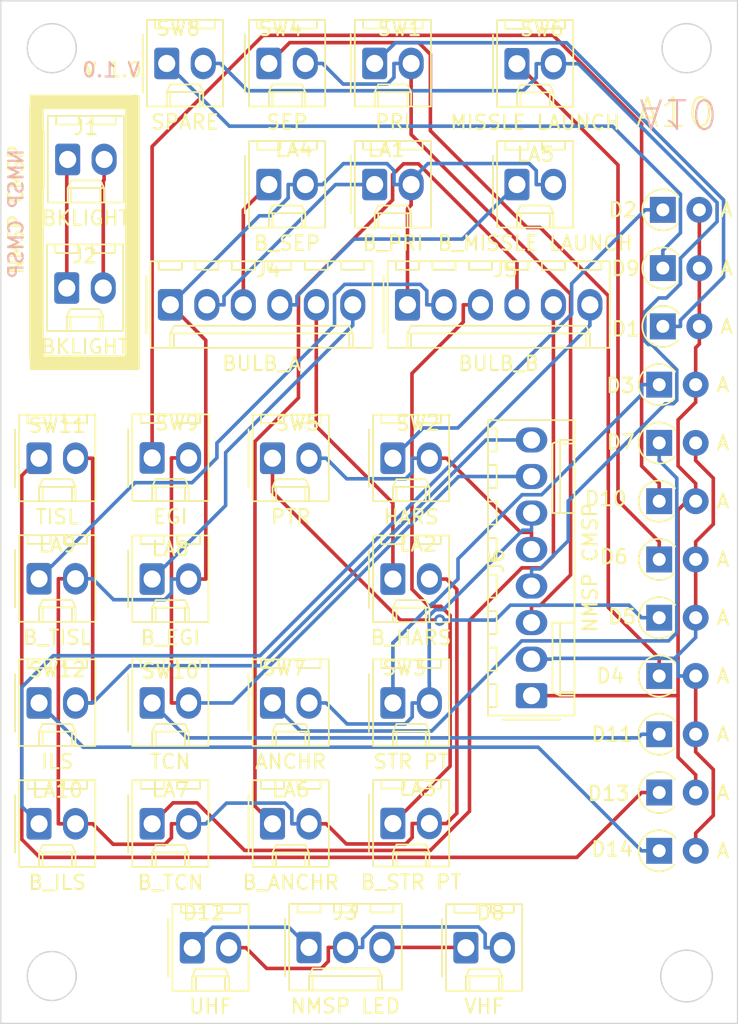
<source format=kicad_pcb>
(kicad_pcb (version 20221018) (generator pcbnew)
  (layers (0 "F.Cu" signal) (31 "B.Cu" signal) (34 "B.Paste" user) (35 "F.Paste" user) (36 "B.SilkS" user "B.Silkscreen") (37 "F.SilkS" user "F.Silkscreen") (38 "B.Mask" user) (39 "F.Mask" user) (44 "Edge.Cuts" user))
  (net 0 "")
  (net 1 "Net-(D2-K)")
  (net 2 "Net-(D1-K)")
  (net 3 "Net-(D4-K)")
  (net 4 "Net-(D6-K)")
  (net 5 "Net-(D10-K)")
  (net 6 "/ROW7")
  (net 7 "Net-(D3-K)")
  (net 8 "/ROW8")
  (net 9 "Net-(J1-Pin_1)")
  (net 10 "Net-(J1-Pin_2)")
  (net 11 "/ROW9")
  (net 12 "Net-(D5-K)")
  (net 13 "Net-(D7-K)")
  (net 14 "Net-(D8-K)")
  (net 15 "Net-(D9-K)")
  (net 16 "/ROW6")
  (net 17 "/COL4")
  (net 18 "/COL5")
  (net 19 "Net-(D12-A)")
  (net 20 "Net-(D11-K)")
  (net 21 "Net-(D12-K)")
  (net 22 "Net-(D13-K)")
  (net 23 "Net-(D14-K)")
  (net 24 "/+12V")
  (net 25 "/PRI")
  (net 26 "/SEP")
  (net 27 "/MISSLE LAUNCH")
  (net 28 "/HARS")
  (net 29 "/EGI")
  (net 30 "/TISL")
  (net 31 "/STR PT")
  (net 32 "/ANCHR")
  (net 33 "/TCN")
  (net 34 "/ILS")
  (net 35 "/ROW10")
  (net 36 "/ROW11")
  (footprint "Connector_Molex:Molex_KK-254_AE-6410-02A_1x02_P2.54mm_Vertical" (layer "F.Cu") (at 116.332 92.964)
    (fp_text reference "SW10")
    (fp_text value "TCN")
  )
  (footprint "Diode_THT:D_A-405_P2.54mm_Vertical_AnodeUp" (layer "F.Cu") (at 151.638 91.0871)
    (fp_text reference "D4")
    (fp_text value "D")
  )
  (footprint "Connector_Molex:Molex_KK-254_AE-6410-02A_1x02_P2.54mm_Vertical" (layer "F.Cu") (at 124.46 56.916)
    (fp_text reference "LA4")
    (fp_text value "B_SEP")
  )
  (footprint "Connector_Molex:Molex_KK-254_AE-6410-02A_1x02_P2.54mm_Vertical" (layer "F.Cu") (at 119.126 109.982)
    (fp_text reference "D12")
    (fp_text value "UHF")
  )
  (footprint "Diode_THT:D_A-405_P2.54mm_Vertical_AnodeUp" (layer "F.Cu") (at 151.638 95.1387)
    (fp_text reference "D11")
    (fp_text value "D")
  )
  (footprint "Connector_Molex:Molex_KK-254_AE-6410-02A_1x02_P2.54mm_Vertical" (layer "F.Cu") (at 116.332 101.366)
    (fp_text reference "LA7")
    (fp_text value "B_TCN")
  )
  (footprint "Connector_Molex:Molex_KK-254_AE-6410-06A_1x06_P2.54mm_Vertical" (layer "F.Cu") (at 117.602 65.278)
    (fp_text reference "J4")
    (fp_text value "BULB_A")
  )
  (footprint "Connector_Molex:Molex_KK-254_AE-6410-02A_1x02_P2.54mm_Vertical" (layer "F.Cu") (at 116.332 84.348)
    (fp_text reference "LA8")
    (fp_text value "B_EGI")
  )
  (footprint "Connector_Molex:Molex_KK-254_AE-6410-02A_1x02_P2.54mm_Vertical" (layer "F.Cu") (at 141.732 48.514)
    (fp_text reference "SW6")
    (fp_text value "MISSLE LAUNCH")
  )
  (footprint "Connector_Molex:Molex_KK-254_AE-6410-02A_1x02_P2.54mm_Vertical" (layer "F.Cu") (at 124.714 101.366)
    (fp_text reference "LA6")
    (fp_text value "B_ANCHR")
  )
  (footprint "Connector_Molex:Molex_KK-254_AE-6410-02A_1x02_P2.54mm_Vertical" (layer "F.Cu") (at 108.458 101.366)
    (fp_text reference "LA10")
    (fp_text value "B_ILS")
  )
  (footprint "Connector_Molex:Molex_KK-254_AE-6410-02A_1x02_P2.54mm_Vertical" (layer "F.Cu") (at 116.332 75.926)
    (fp_text reference "SW9")
    (fp_text value "EGI")
  )
  (footprint "Connector_Molex:Molex_KK-254_AE-6410-08A_1x08_P2.54mm_Vertical" (layer "F.Cu") (at 142.748 92.456 90)
    (fp_text reference "J6")
    (fp_text value "NMSP CMSP")
  )
  (footprint "Diode_THT:D_A-405_P2.54mm_Vertical_AnodeUp" (layer "F.Cu") (at 151.638 103.242)
    (fp_text reference "D14")
    (fp_text value "D")
  )
  (footprint "Diode_THT:D_A-405_P2.54mm_Vertical_AnodeUp" (layer "F.Cu") (at 151.638 78.9322)
    (fp_text reference "D10")
    (fp_text value "D")
  )
  (footprint "Diode_THT:D_A-405_P2.54mm_Vertical_AnodeUp" (layer "F.Cu") (at 151.638 74.8805)
    (fp_text reference "D7")
    (fp_text value "D")
  )
  (footprint "Connector_Molex:Molex_KK-254_AE-6410-02A_1x02_P2.54mm_Vertical" (layer "F.Cu") (at 110.39 64.11)
    (fp_text reference "J2")
    (fp_text value "BKLIGHT")
  )
  (footprint "Connector_Molex:Molex_KK-254_AE-6410-02A_1x02_P2.54mm_Vertical" (layer "F.Cu") (at 108.458 84.328)
    (fp_text reference "LA9")
    (fp_text value "B_TISL")
  )
  (footprint "Connector_Molex:Molex_KK-254_AE-6410-02A_1x02_P2.54mm_Vertical" (layer "F.Cu") (at 108.458 75.946)
    (fp_text reference "SW11")
    (fp_text value "TISL")
  )
  (footprint "Connector_Molex:Molex_KK-254_AE-6410-02A_1x02_P2.54mm_Vertical" (layer "F.Cu") (at 131.826 56.916)
    (fp_text reference "LA1")
    (fp_text value "B_PRI")
  )
  (footprint "Connector_Molex:Molex_KK-254_AE-6410-03A_1x03_P2.54mm_Vertical" (layer "F.Cu") (at 127.254 109.962)
    (fp_text reference "J3")
    (fp_text value "NMSP LED")
  )
  (footprint "Connector_Molex:Molex_KK-254_AE-6410-02A_1x02_P2.54mm_Vertical" (layer "F.Cu") (at 108.458 92.964)
    (fp_text reference "SW12")
    (fp_text value "ILS")
  )
  (footprint "Diode_THT:D_A-405_P2.54mm_Vertical_AnodeUp" (layer "F.Cu") (at 151.892 62.7256)
    (fp_text reference "D9")
    (fp_text value "D")
  )
  (footprint "Connector_Molex:Molex_KK-254_AE-6410-02A_1x02_P2.54mm_Vertical" (layer "F.Cu") (at 117.348 48.494)
    (fp_text reference "SW8")
    (fp_text value "SPARE")
  )
  (footprint "Diode_THT:D_A-405_P2.54mm_Vertical_AnodeUp" (layer "F.Cu") (at 151.638 70.8289)
    (fp_text reference "D3")
    (fp_text value "D")
  )
  (footprint "Connector_Molex:Molex_KK-254_AE-6410-06A_1x06_P2.54mm_Vertical" (layer "F.Cu") (at 134.112 65.278)
    (fp_text reference "J5")
    (fp_text value "BULB_B")
  )
  (footprint "Diode_THT:D_A-405_P2.54mm_Vertical_AnodeUp" (layer "F.Cu") (at 151.638 82.9838)
    (fp_text reference "D6")
    (fp_text value "D")
  )
  (footprint "Diode_THT:D_A-405_P2.54mm_Vertical_AnodeUp" (layer "F.Cu") (at 151.638 99.1904)
    (fp_text reference "D13")
    (fp_text value "D")
  )
  (footprint "Connector_Molex:Molex_KK-254_AE-6410-02A_1x02_P2.54mm_Vertical" (layer "F.Cu") (at 141.732 56.916)
    (fp_text reference "LA5")
    (fp_text value "B_MISSLE LAUNCH")
  )
  (footprint "Connector_Molex:Molex_KK-254_AE-6410-02A_1x02_P2.54mm_Vertical" (layer "F.Cu") (at 131.826 48.494)
    (fp_text reference "SW1")
    (fp_text value "PRI")
  )
  (footprint "Diode_THT:D_A-405_P2.54mm_Vertical_AnodeUp" (layer "F.Cu") (at 151.638 87.0355)
    (fp_text reference "D5")
    (fp_text value "D")
  )
  (footprint "Diode_THT:D_A-405_P2.54mm_Vertical_AnodeUp" (layer "F.Cu") (at 151.892 66.7773)
    (fp_text reference "D1")
    (fp_text value "D")
  )
  (footprint "Connector_Molex:Molex_KK-254_AE-6410-02A_1x02_P2.54mm_Vertical" (layer "F.Cu") (at 133.096 75.946)
    (fp_text reference "SW2")
    (fp_text value "HARS")
  )
  (footprint "Connector_Molex:Molex_KK-254_AE-6410-02A_1x02_P2.54mm_Vertical" (layer "F.Cu") (at 133.096 101.346)
    (fp_text reference "LA3")
    (fp_text value "B_STR PT")
  )
  (footprint "Connector_Molex:Molex_KK-254_AE-6410-02A_1x02_P2.54mm_Vertical" (layer "F.Cu") (at 133.096 92.964)
    (fp_text reference "SW3")
    (fp_text value "STR PT")
  )
  (footprint "Connector_Molex:Molex_KK-254_AE-6410-02A_1x02_P2.54mm_Vertical" (layer "F.Cu") (at 110.45 55.17)
    (fp_text reference "J1")
    (fp_text value "BKLIGHT")
  )
  (footprint "Connector_Molex:Molex_KK-254_AE-6410-02A_1x02_P2.54mm_Vertical" (layer "F.Cu") (at 124.46 48.494)
    (fp_text reference "SW4")
    (fp_text value "SEP")
  )
  (footprint "Connector_Molex:Molex_KK-254_AE-6410-02A_1x02_P2.54mm_Vertical" (layer "F.Cu") (at 124.714 92.964)
    (fp_text reference "SW7")
    (fp_text value "ANCHR")
  )
  (footprint "Diode_THT:D_A-405_P2.54mm_Vertical_AnodeUp" (layer "F.Cu") (at 151.892 58.674)
    (fp_text reference "D2")
    (fp_text value "D")
  )
  (footprint "Connector_Molex:Molex_KK-254_AE-6410-02A_1x02_P2.54mm_Vertical" (layer "F.Cu") (at 138.176 109.982)
    (fp_text reference "D8")
    (fp_text value "VHF")
  )
  (footprint "Connector_Molex:Molex_KK-254_AE-6410-02A_1x02_P2.54mm_Vertical" (layer "F.Cu") (at 124.714 75.946)
    (fp_text reference "SW5")
    (fp_text value "PTR")
  )
  (footprint "Connector_Molex:Molex_KK-254_AE-6410-02A_1x02_P2.54mm_Vertical" (layer "F.Cu") (at 133.096 84.348)
    (fp_text reference "LA2")
    (fp_text value "B_HARS")
  )
  (gr_rect (start 114.53 50.7546) (end 115.39 69.74) (stroke (width 0.15)) (fill solid) (layer "F.SilkS"))
  (gr_rect (start 107.85 51.5823) (end 108.71 68.9177) (stroke (width 0.15)) (fill solid) (layer "F.SilkS"))
  (gr_rect (start 107.89 68.88) (end 115.39 69.74) (stroke (width 0.15)) (fill solid) (layer "F.SilkS"))
  (gr_rect (start 107.88 50.7423) (end 114.87 51.6023) (stroke (width 0.15)) (fill solid) (layer "F.SilkS"))
  (gr_rect locked (start 105.79 44.132) (end 157.098 115.252) (stroke (width 0.1)) (fill none) (layer "Edge.Cuts"))
  (gr_circle locked (center 153.542 47.434) (end 154.304 45.91) (stroke (width 0.1)) (fill none) (layer "Edge.Cuts"))
  (gr_circle locked (center 109.346 47.434) (end 110.108 45.91) (stroke (width 0.1)) (fill none) (layer "Edge.Cuts"))
  (gr_circle locked (center 109.346 111.95) (end 110.108 110.426) (stroke (width 0.1)) (fill none) (layer "Edge.Cuts"))
  (gr_circle locked (center 153.542 111.95) (end 153.796 110.172) (stroke (width 0.1)) (fill none) (layer "Edge.Cuts"))
  (gr_text "NMSP CMSP" (at 107.442 54.356 90) (layer "B.SilkS") (effects (font (size 1 1)) (justify left bottom mirror)))
  (gr_text "A10" (at 150.114 50.8 180) (layer "B.SilkS") (effects (font (size 2 2)) (justify left bottom mirror)))
  (gr_text "V 1.0" (at 115.57 49.53) (layer "B.SilkS") (effects (font (size 1 1)) (justify left bottom mirror)))
  (gr_text "A10" (at 149.86 53.086) (layer "F.SilkS") (effects (font (size 2 2)) (justify left bottom)))
  (gr_text "V 1.0" (at 111.506 49.53) (layer "F.SilkS") (effects (font (size 1 1)) (justify left bottom)))
  (gr_text "NMSP CMSP" (at 107.442 63.246 90) (layer "F.SilkS") (effects (font (size 1 1)) (justify left bottom)))
  (segment (start 135.2001 73.8419) (end 133.096 75.946) (width 0.25) (layer "B.Cu") (net 1))
  (segment (start 151.892 58.674) (end 150.6667 58.674) (width 0.25) (layer "B.Cu") (net 1))
  (segment (start 150.6667 58.674) (end 145.542 63.7987) (width 0.25) (layer "B.Cu") (net 1))
  (segment (start 137.6236 73.8419) (end 135.2001 73.8419) (width 0.25) (layer "B.Cu") (net 1))
  (segment (start 145.542 65.9235) (end 137.6236 73.8419) (width 0.25) (layer "B.Cu") (net 1))
  (segment (start 145.542 63.7987) (end 145.542 65.9235) (width 0.25) (layer "B.Cu") (net 1))
  (segment (start 145.1903 47.0551) (end 133.2649 47.0551) (width 0.25) (layer "B.Cu") (net 2))
  (segment (start 133.2649 47.0551) (end 131.826 48.494) (width 0.25) (layer "B.Cu") (net 2))
  (segment (start 156.118 63.3463) (end 156.118 57.9828) (width 0.25) (layer "B.Cu") (net 2))
  (segment (start 153.1173 66.347) (end 156.118 63.3463) (width 0.25) (layer "B.Cu") (net 2))
  (segment (start 156.118 57.9828) (end 145.1903 47.0551) (width 0.25) (layer "B.Cu") (net 2))
  (segment (start 151.892 66.7773) (end 153.1173 66.7773) (width 0.25) (layer "B.Cu") (net 2))
  (segment (start 153.1173 66.7773) (end 153.1173 66.347) (width 0.25) (layer "B.Cu") (net 2))
  (segment (start 134.8938 47.0463) (end 125.9077 47.0463) (width 0.25) (layer "F.Cu") (net 3))
  (segment (start 151.638 89.8618) (end 148.094 86.3178) (width 0.25) (layer "F.Cu") (net 3))
  (segment (start 135.7066 47.8591) (end 134.8938 47.0463) (width 0.25) (layer "F.Cu") (net 3))
  (segment (start 151.638 91.0871) (end 151.638 89.8618) (width 0.25) (layer "F.Cu") (net 3))
  (segment (start 142.4358 59.8998) (end 135.7066 53.1706) (width 0.25) (layer "F.Cu") (net 3))
  (segment (start 148.094 86.3178) (end 148.094 64.6444) (width 0.25) (layer "F.Cu") (net 3))
  (segment (start 125.9077 47.0463) (end 124.46 48.494) (width 0.25) (layer "F.Cu") (net 3))
  (segment (start 135.7066 53.1706) (end 135.7066 47.8591) (width 0.25) (layer "F.Cu") (net 3))
  (segment (start 143.3494 59.8998) (end 142.4358 59.8998) (width 0.25) (layer "F.Cu") (net 3))
  (segment (start 148.094 64.6444) (end 143.3494 59.8998) (width 0.25) (layer "F.Cu") (net 3))
  (segment (start 151.638 82.9838) (end 151.638 81.7585) (width 0.25) (layer "F.Cu") (net 4))
  (segment (start 151.638 81.7585) (end 148.7694 78.8899) (width 0.25) (layer "F.Cu") (net 4))
  (segment (start 148.7694 55.5514) (end 141.732 48.514) (width 0.25) (layer "F.Cu") (net 4))
  (segment (start 148.7694 78.8899) (end 148.7694 55.5514) (width 0.25) (layer "F.Cu") (net 4))
  (segment (start 124.0595 46.5397) (end 116.332 54.2672) (width 0.25) (layer "F.Cu") (net 5))
  (segment (start 116.332 54.2672) (end 116.332 75.926) (width 0.25) (layer "F.Cu") (net 5))
  (segment (start 150.4127 76.4816) (end 150.4127 52.7017) (width 0.25) (layer "F.Cu") (net 5))
  (segment (start 151.638 78.9322) (end 151.638 77.7069) (width 0.25) (layer "F.Cu") (net 5))
  (segment (start 151.638 77.7069) (end 150.4127 76.4816) (width 0.25) (layer "F.Cu") (net 5))
  (segment (start 144.2507 46.5397) (end 124.0595 46.5397) (width 0.25) (layer "F.Cu") (net 5))
  (segment (start 150.4127 52.7017) (end 144.2507 46.5397) (width 0.25) (layer "F.Cu") (net 5))
  (segment (start 155.6677 59.4897) (end 153.1174 62.04) (width 0.25) (layer "B.Cu") (net 6))
  (segment (start 145.4673 48.514) (end 146.0075 48.514) (width 0.25) (layer "B.Cu") (net 6))
  (segment (start 145.3033 81.683) (end 143.3456 83.6407) (width 0.25) (layer "B.Cu") (net 6))
  (segment (start 155.6677 58.1742) (end 155.6677 59.4897) (width 0.25) (layer "B.Cu") (net 6))
  (segment (start 152.0707 72.1551) (end 145.3033 78.9225) (width 0.25) (layer "B.Cu") (net 6))
  (segment (start 152.8634 71.9152) (end 152.6235 72.1551) (width 0.25) (layer "B.Cu") (net 6))
  (segment (start 150.8942 68.0473) (end 151.1171 68.0473) (width 0.25) (layer "B.Cu") (net 6))
  (segment (start 153.1174 63.8316) (end 152.1468 64.8022) (width 0.25) (layer "B.Cu") (net 6))
  (segment (start 143.3456 83.6407) (end 142.748 83.6407) (width 0.25) (layer "B.Cu") (net 6))
  (segment (start 145.3033 78.9225) (end 145.3033 81.683) (width 0.25) (layer "B.Cu") (net 6))
  (segment (start 142.748 84.836) (end 142.748 83.6407) (width 0.25) (layer "B.Cu") (net 6))
  (segment (start 142.1706 50.3913) (end 143.0767 49.4852) (width 0.25) (layer "B.Cu") (net 6))
  (segment (start 143.0767 49.4852) (end 143.0767 48.514) (width 0.25) (layer "B.Cu") (net 6))
  (segment (start 152.8634 69.7936) (end 152.8634 71.9152) (width 0.25) (layer "B.Cu") (net 6))
  (segment (start 119.888 48.494) (end 121.0833 48.494) (width 0.25) (layer "B.Cu") (net 6))
  (segment (start 150.6379 67.791) (end 150.8942 68.0473) (width 0.25) (layer "B.Cu") (net 6))
  (segment (start 146.0075 48.514) (end 155.6677 58.1742) (width 0.25) (layer "B.Cu") (net 6))
  (segment (start 150.6379 65.7691) (end 150.6379 67.791) (width 0.25) (layer "B.Cu") (net 6))
  (segment (start 122.9806 50.3913) (end 142.1706 50.3913) (width 0.25) (layer "B.Cu") (net 6))
  (segment (start 152.6235 72.1551) (end 152.0707 72.1551) (width 0.25) (layer "B.Cu") (net 6))
  (segment (start 144.272 48.514) (end 143.0767 48.514) (width 0.25) (layer "B.Cu") (net 6))
  (segment (start 151.6048 64.8022) (end 150.6379 65.7691) (width 0.25) (layer "B.Cu") (net 6))
  (segment (start 152.1468 64.8022) (end 151.6048 64.8022) (width 0.25) (layer "B.Cu") (net 6))
  (segment (start 121.0833 48.494) (end 122.9806 50.3913) (width 0.25) (layer "B.Cu") (net 6))
  (segment (start 151.1171 68.0473) (end 152.8634 69.7936) (width 0.25) (layer "B.Cu") (net 6))
  (segment (start 153.1174 62.04) (end 153.1174 63.8316) (width 0.25) (layer "B.Cu") (net 6))
  (segment (start 144.272 48.514) (end 145.4673 48.514) (width 0.25) (layer "B.Cu") (net 6))
  (segment (start 137.63 84.3453) (end 135.9502 86.0251) (width 0.25) (layer "B.Cu") (net 7))
  (segment (start 142.0908 78.486) (end 137.63 82.9468) (width 0.25) (layer "B.Cu") (net 7))
  (segment (start 137.63 82.9468) (end 137.63 84.3453) (width 0.25) (layer "B.Cu") (net 7))
  (segment (start 135.8648 86.0251) (end 133.096 88.7939) (width 0.25) (layer "B.Cu") (net 7))
  (segment (start 133.096 88.7939) (end 133.096 92.964) (width 0.25) (layer "B.Cu") (net 7))
  (segment (start 135.9502 86.0251) (end 135.8648 86.0251) (width 0.25) (layer "B.Cu") (net 7))
  (segment (start 143.4448 78.486) (end 142.0908 78.486) (width 0.25) (layer "B.Cu") (net 7))
  (segment (start 150.4127 71.5181) (end 143.4448 78.486) (width 0.25) (layer "B.Cu") (net 7))
  (segment (start 150.4127 70.8289) (end 150.4127 71.5181) (width 0.25) (layer "B.Cu") (net 7))
  (segment (start 151.638 70.8289) (end 150.4127 70.8289) (width 0.25) (layer "B.Cu") (net 7))
  (segment (start 142.748 82.296) (end 142.748 81.1007) (width 0.25) (layer "F.Cu") (net 8))
  (segment (start 141.986 81.1007) (end 136.8313 75.946) (width 0.25) (layer "F.Cu") (net 8))
  (segment (start 135.636 75.946) (end 136.8313 75.946) (width 0.25) (layer "F.Cu") (net 8))
  (segment (start 142.748 81.1007) (end 141.986 81.1007) (width 0.25) (layer "F.Cu") (net 8))
  (segment (start 134.4407 75.946) (end 134.4407 76.9172) (width 0.25) (layer "B.Cu") (net 8))
  (segment (start 134.4407 76.9172) (end 133.9837 77.3742) (width 0.25) (layer "B.Cu") (net 8))
  (segment (start 135.636 75.946) (end 134.4407 75.946) (width 0.25) (layer "B.Cu") (net 8))
  (segment (start 129.8775 77.3742) (end 128.4493 75.946) (width 0.25) (layer "B.Cu") (net 8))
  (segment (start 127.254 75.946) (end 128.4493 75.946) (width 0.25) (layer "B.Cu") (net 8))
  (segment (start 133.9837 77.3742) (end 129.8775 77.3742) (width 0.25) (layer "B.Cu") (net 8))
  (segment (start 110.45 55.17) (end 110.39 55.23) (width 0.25) (layer "F.Cu") (net 9))
  (segment (start 110.39 55.23) (end 110.39 64.11) (width 0.25) (layer "F.Cu") (net 9))
  (segment (start 112.99 56.5903) (end 112.93 56.6503) (width 0.25) (layer "F.Cu") (net 10))
  (segment (start 112.99 55.17) (end 112.99 56.5903) (width 0.25) (layer "F.Cu") (net 10))
  (segment (start 112.93 56.6503) (end 112.93 64.11) (width 0.25) (layer "F.Cu") (net 10))
  (segment (start 136.6033 86.4754) (end 136.0514 86.4754) (width 0.25) (layer "B.Cu") (net 11))
  (segment (start 129.9095 94.4242) (end 133.9517 94.4242) (width 0.25) (layer "B.Cu") (net 11))
  (segment (start 142.1274 80.9513) (end 136.6033 86.4754) (width 0.25) (layer "B.Cu") (net 11))
  (segment (start 135.6265 86.9003) (end 135.6265 91.5342) (width 0.25) (layer "B.Cu") (net 11))
  (segment (start 135.636 92.964) (end 135.636 91.5437) (width 0.25) (layer "B.Cu") (net 11))
  (segment (start 134.4407 93.9352) (end 134.4407 92.964) (width 0.25) (layer "B.Cu") (net 11))
  (segment (start 127.254 92.964) (end 128.4493 92.964) (width 0.25) (layer "B.Cu") (net 11))
  (segment (start 135.6265 91.5342) (end 135.636 91.5437) (width 0.25) (layer "B.Cu") (net 11))
  (segment (start 136.0514 86.4754) (end 135.6265 86.9003) (width 0.25) (layer "B.Cu") (net 11))
  (segment (start 135.636 92.964) (end 134.4407 92.964) (width 0.25) (layer "B.Cu") (net 11))
  (segment (start 133.9517 94.4242) (end 134.4407 93.9352) (width 0.25) (layer "B.Cu") (net 11))
  (segment (start 128.4493 92.964) (end 129.9095 94.4242) (width 0.25) (layer "B.Cu") (net 11))
  (segment (start 142.748 80.9513) (end 142.1274 80.9513) (width 0.25) (layer "B.Cu") (net 11))
  (segment (start 142.748 79.756) (end 142.748 80.9513) (width 0.25) (layer "B.Cu") (net 11))
  (segment (start 124.714 78.2952) (end 124.714 75.946) (width 0.25) (layer "F.Cu") (net 12))
  (segment (start 136.3518 87.2007) (end 133.6195 87.2007) (width 0.25) (layer "F.Cu") (net 12))
  (segment (start 133.6195 87.2007) (end 124.714 78.2952) (width 0.25) (layer "F.Cu") (net 12))
  (via (at 136.3518 87.2007) (size 0.8) (drill 0.4) (layers "F.Cu" "B.Cu") (net 12))
  (segment (start 150.4127 87.0355) (end 149.5413 86.1641) (width 0.25) (layer "B.Cu") (net 12))
  (segment (start 141.2695 86.1641) (end 140.2329 87.2007) (width 0.25) (layer "B.Cu") (net 12))
  (segment (start 151.638 87.0355) (end 150.4127 87.0355) (width 0.25) (layer "B.Cu") (net 12))
  (segment (start 140.2329 87.2007) (end 136.3518 87.2007) (width 0.25) (layer "B.Cu") (net 12))
  (segment (start 149.5413 86.1641) (end 141.2695 86.1641) (width 0.25) (layer "B.Cu") (net 12))
  (segment (start 135.793 94.9136) (end 126.6636 94.9136) (width 0.25) (layer "B.Cu") (net 13))
  (segment (start 151.638 74.8805) (end 151.638 76.1058) (width 0.25) (layer "B.Cu") (net 13))
  (segment (start 126.6636 94.9136) (end 124.714 92.964) (width 0.25) (layer "B.Cu") (net 13))
  (segment (start 152.8634 77.3312) (end 152.8634 88.0749) (width 0.25) (layer "B.Cu") (net 13))
  (segment (start 151.638 76.1058) (end 152.8634 77.3312) (width 0.25) (layer "B.Cu") (net 13))
  (segment (start 152.8634 88.0749) (end 152.2923 88.646) (width 0.25) (layer "B.Cu") (net 13))
  (segment (start 152.2923 88.646) (end 142.0606 88.646) (width 0.25) (layer "B.Cu") (net 13))
  (segment (start 142.0606 88.646) (end 135.793 94.9136) (width 0.25) (layer "B.Cu") (net 13))
  (segment (start 132.334 109.962) (end 138.156 109.962) (width 0.25) (layer "F.Cu") (net 14))
  (segment (start 138.156 109.962) (end 138.176 109.982) (width 0.25) (layer "F.Cu") (net 14))
  (segment (start 151.892 62.7256) (end 151.892 61.5003) (width 0.25) (layer "B.Cu") (net 15))
  (segment (start 153.1174 57.59) (end 153.1174 60.2749) (width 0.25) (layer "B.Cu") (net 15))
  (segment (start 121.7093 52.8553) (end 148.3827 52.8553) (width 0.25) (layer "B.Cu") (net 15))
  (segment (start 117.348 48.494) (end 121.7093 52.8553) (width 0.25) (layer "B.Cu") (net 15))
  (segment (start 148.3827 52.8553) (end 153.1174 57.59) (width 0.25) (layer "B.Cu") (net 15))
  (segment (start 153.1174 60.2749) (end 151.892 61.5003) (width 0.25) (layer "B.Cu") (net 15))
  (segment (start 134.366 48.494) (end 134.366 53.4335) (width 0.25) (layer "F.Cu") (net 16))
  (segment (start 145.4678 64.5353) (end 145.4678 84.0585) (width 0.25) (layer "F.Cu") (net 16))
  (segment (start 134.366 53.4335) (end 145.4678 64.5353) (width 0.25) (layer "F.Cu") (net 16))
  (segment (start 143.3456 86.1807) (end 142.748 86.1807) (width 0.25) (layer "F.Cu") (net 16))
  (segment (start 145.4678 84.0585) (end 143.3456 86.1807) (width 0.25) (layer "F.Cu") (net 16))
  (segment (start 142.748 87.376) (end 142.748 86.1807) (width 0.25) (layer "F.Cu") (net 16))
  (segment (start 127 48.494) (end 128.1953 48.494) (width 0.25) (layer "B.Cu") (net 16))
  (segment (start 128.1953 48.494) (end 129.6294 49.9281) (width 0.25) (layer "B.Cu") (net 16))
  (segment (start 129.6294 49.9281) (end 132.7078 49.9281) (width 0.25) (layer "B.Cu") (net 16))
  (segment (start 132.7078 49.9281) (end 133.1707 49.4652) (width 0.25) (layer "B.Cu") (net 16))
  (segment (start 134.366 48.494) (end 133.1707 48.494) (width 0.25) (layer "B.Cu") (net 16))
  (segment (start 133.1707 49.4652) (end 133.1707 48.494) (width 0.25) (layer "B.Cu") (net 16))
  (segment (start 154.178 72.0542) (end 152.9527 73.2795) (width 0.25) (layer "F.Cu") (net 17))
  (segment (start 152.9527 79.5448) (end 152.9527 92.456) (width 0.25) (layer "F.Cu") (net 17))
  (segment (start 152.9527 92.456) (end 152.9527 96.7398) (width 0.25) (layer "F.Cu") (net 17))
  (segment (start 154.178 70.8289) (end 154.178 72.0542) (width 0.25) (layer "F.Cu") (net 17))
  (segment (start 154.178 78.3195) (end 152.9527 79.5448) (width 0.25) (layer "F.Cu") (net 17))
  (segment (start 142.748 92.456) (end 152.9527 92.456) (width 0.25) (layer "F.Cu") (net 17))
  (segment (start 152.9527 96.7398) (end 154.178 97.9651) (width 0.25) (layer "F.Cu") (net 17))
  (segment (start 154.178 99.1904) (end 154.178 97.9651) (width 0.25) (layer "F.Cu") (net 17))
  (segment (start 152.9527 73.2795) (end 152.9527 76.4816) (width 0.25) (layer "F.Cu") (net 17))
  (segment (start 154.432 68.0026) (end 154.178 68.2566) (width 0.25) (layer "F.Cu") (net 17))
  (segment (start 154.432 66.7773) (end 154.432 68.0026) (width 0.25) (layer "F.Cu") (net 17))
  (segment (start 154.178 68.2566) (end 154.178 70.8289) (width 0.25) (layer "F.Cu") (net 17))
  (segment (start 154.178 78.9322) (end 154.178 78.3195) (width 0.25) (layer "F.Cu") (net 17))
  (segment (start 154.432 58.674) (end 154.432 62.7256) (width 0.25) (layer "F.Cu") (net 17))
  (segment (start 154.178 78.3195) (end 154.178 77.7069) (width 0.25) (layer "F.Cu") (net 17))
  (segment (start 152.9527 76.4816) (end 154.178 77.7069) (width 0.25) (layer "F.Cu") (net 17))
  (segment (start 154.432 66.7773) (end 154.432 62.7256) (width 0.25) (layer "F.Cu") (net 17))
  (segment (start 154.178 74.8805) (end 154.178 76.1058) (width 0.25) (layer "F.Cu") (net 18))
  (segment (start 155.4033 80.5332) (end 154.178 81.7585) (width 0.25) (layer "F.Cu") (net 18))
  (segment (start 154.178 96.364) (end 155.4033 97.5893) (width 0.25) (layer "F.Cu") (net 18))
  (segment (start 154.178 95.1387) (end 154.178 96.364) (width 0.25) (layer "F.Cu") (net 18))
  (segment (start 154.178 76.1058) (end 155.4033 77.3311) (width 0.25) (layer "F.Cu") (net 18))
  (segment (start 155.4033 77.3311) (end 155.4033 80.5332) (width 0.25) (layer "F.Cu") (net 18))
  (segment (start 154.178 82.9838) (end 154.178 87.0355) (width 0.25) (layer "F.Cu") (net 18))
  (segment (start 155.4033 97.5893) (end 155.4033 100.7914) (width 0.25) (layer "F.Cu") (net 18))
  (segment (start 155.4033 100.7914) (end 154.178 102.0167) (width 0.25) (layer "F.Cu") (net 18))
  (segment (start 154.178 103.242) (end 154.178 102.0167) (width 0.25) (layer "F.Cu") (net 18))
  (segment (start 154.178 91.0871) (end 154.178 95.1387) (width 0.25) (layer "F.Cu") (net 18))
  (segment (start 154.178 82.9838) (end 154.178 81.7585) (width 0.25) (layer "F.Cu") (net 18))
  (segment (start 142.748 89.916) (end 144.1683 89.916) (width 0.25) (layer "B.Cu") (net 18))
  (segment (start 152.9527 91.0871) (end 152.9527 90.0915) (width 0.25) (layer "B.Cu") (net 18))
  (segment (start 152.9527 90.0915) (end 152.7229 89.8617) (width 0.25) (layer "B.Cu") (net 18))
  (segment (start 154.178 87.0355) (end 154.178 88.4066) (width 0.25) (layer "B.Cu") (net 18))
  (segment (start 144.2226 89.8617) (end 144.1683 89.916) (width 0.25) (layer "B.Cu") (net 18))
  (segment (start 154.178 91.0871) (end 152.9527 91.0871) (width 0.25) (layer "B.Cu") (net 18))
  (segment (start 152.7229 89.8617) (end 144.2226 89.8617) (width 0.25) (layer "B.Cu") (net 18))
  (segment (start 154.178 88.4066) (end 152.7229 89.8617) (width 0.25) (layer "B.Cu") (net 18))
  (segment (start 128.1068 111.4251) (end 124.3044 111.4251) (width 0.25) (layer "F.Cu") (net 19))
  (segment (start 128.5987 110.9332) (end 128.1068 111.4251) (width 0.25) (layer "F.Cu") (net 19))
  (segment (start 121.666 109.982) (end 122.8613 109.982) (width 0.25) (layer "F.Cu") (net 19))
  (segment (start 129.794 109.962) (end 128.5987 109.962) (width 0.25) (layer "F.Cu") (net 19))
  (segment (start 128.5987 109.962) (end 128.5987 110.9332) (width 0.25) (layer "F.Cu") (net 19))
  (segment (start 124.3044 111.4251) (end 122.8613 109.982) (width 0.25) (layer "F.Cu") (net 19))
  (segment (start 139.5207 109.982) (end 139.5207 109.0108) (width 0.25) (layer "B.Cu") (net 19))
  (segment (start 139.0494 108.5395) (end 131.794 108.5395) (width 0.25) (layer "B.Cu") (net 19))
  (segment (start 129.794 109.962) (end 130.9893 109.962) (width 0.25) (layer "B.Cu") (net 19))
  (segment (start 130.9893 109.3442) (end 130.9893 109.962) (width 0.25) (layer "B.Cu") (net 19))
  (segment (start 140.716 109.982) (end 139.5207 109.982) (width 0.25) (layer "B.Cu") (net 19))
  (segment (start 131.794 108.5395) (end 130.9893 109.3442) (width 0.25) (layer "B.Cu") (net 19))
  (segment (start 139.5207 109.0108) (end 139.0494 108.5395) (width 0.25) (layer "B.Cu") (net 19))
  (segment (start 150.1602 95.3912) (end 150.4127 95.1387) (width 0.25) (layer "B.Cu") (net 20))
  (segment (start 118.7592 95.3912) (end 150.1602 95.3912) (width 0.25) (layer "B.Cu") (net 20))
  (segment (start 116.332 92.964) (end 118.7592 95.3912) (width 0.25) (layer "B.Cu") (net 20))
  (segment (start 151.638 95.1387) (end 150.4127 95.1387) (width 0.25) (layer "B.Cu") (net 20))
  (segment (start 120.5516 108.5564) (end 119.126 109.982) (width 0.25) (layer "B.Cu") (net 21))
  (segment (start 127.254 109.962) (end 125.8484 108.5564) (width 0.25) (layer "B.Cu") (net 21))
  (segment (start 125.8484 108.5564) (end 120.5516 108.5564) (width 0.25) (layer "B.Cu") (net 21))
  (segment (start 151.638 99.1904) (end 150.4127 99.1904) (width 0.25) (layer "F.Cu") (net 22))
  (segment (start 108.458 75.946) (end 107.2556 77.1484) (width 0.25) (layer "F.Cu") (net 22))
  (segment (start 107.2556 77.1484) (end 107.2556 102.4482) (width 0.25) (layer "F.Cu") (net 22))
  (segment (start 107.2556 102.4482) (end 108.508 103.7006) (width 0.25) (layer "F.Cu") (net 22))
  (segment (start 108.508 103.7006) (end 145.9025 103.7006) (width 0.25) (layer "F.Cu") (net 22))
  (segment (start 145.9025 103.7006) (end 150.4127 99.1904) (width 0.25) (layer "F.Cu") (net 22))
  (segment (start 143.2099 96.0392) (end 150.4127 103.242) (width 0.25) (layer "B.Cu") (net 23))
  (segment (start 108.458 92.964) (end 111.5332 96.0392) (width 0.25) (layer "B.Cu") (net 23))
  (segment (start 111.5332 96.0392) (end 143.2099 96.0392) (width 0.25) (layer "B.Cu") (net 23))
  (segment (start 151.638 103.242) (end 150.4127 103.242) (width 0.25) (layer "B.Cu") (net 23))
  (segment (start 110.998 101.366) (end 112.1933 101.366) (width 0.25) (layer "F.Cu") (net 24))
  (segment (start 118.872 84.348) (end 120.0673 84.348) (width 0.25) (layer "F.Cu") (net 24))
  (segment (start 137.5484 100.6289) (end 137.5484 85.0651) (width 0.25) (layer "F.Cu") (net 24))
  (segment (start 117.6767 101.366) (end 117.6767 102.3372) (width 0.25) (layer "F.Cu") (net 24))
  (segment (start 117.2266 102.7873) (end 113.6146 102.7873) (width 0.25) (layer "F.Cu") (net 24))
  (segment (start 128.4493 101.366) (end 129.8505 102.7672) (width 0.25) (layer "F.Cu") (net 24))
  (segment (start 135.636 101.346) (end 136.8313 101.346) (width 0.25) (layer "F.Cu") (net 24))
  (segment (start 129.8505 102.7672) (end 133.9907 102.7672) (width 0.25) (layer "F.Cu") (net 24))
  (segment (start 117.602 65.278) (end 120.0673 67.7433) (width 0.25) (layer "F.Cu") (net 24))
  (segment (start 135.636 84.348) (end 136.8313 84.348) (width 0.25) (layer "F.Cu") (net 24))
  (segment (start 137.5484 85.0651) (end 136.8313 84.348) (width 0.25) (layer "F.Cu") (net 24))
  (segment (start 134.112 58.5903) (end 134.366 58.3363) (width 0.25) (layer "F.Cu") (net 24))
  (segment (start 120.0673 67.7433) (end 120.0673 84.348) (width 0.25) (layer "F.Cu") (net 24))
  (segment (start 110.998 101.366) (end 109.8027 101.366) (width 0.25) (layer "F.Cu") (net 24))
  (segment (start 133.9907 102.7672) (end 134.4407 102.3172) (width 0.25) (layer "F.Cu") (net 24))
  (segment (start 134.4407 102.3172) (end 134.4407 101.346) (width 0.25) (layer "F.Cu") (net 24))
  (segment (start 127.254 101.366) (end 128.4493 101.366) (width 0.25) (layer "F.Cu") (net 24))
  (segment (start 113.6146 102.7873) (end 112.1933 101.366) (width 0.25) (layer "F.Cu") (net 24))
  (segment (start 118.872 101.366) (end 117.6767 101.366) (width 0.25) (layer "F.Cu") (net 24))
  (segment (start 135.636 101.346) (end 134.4407 101.346) (width 0.25) (layer "F.Cu") (net 24))
  (segment (start 134.112 65.278) (end 134.112 58.5903) (width 0.25) (layer "F.Cu") (net 24))
  (segment (start 136.8313 101.346) (end 137.5484 100.6289) (width 0.25) (layer "F.Cu") (net 24))
  (segment (start 110.998 84.328) (end 109.8027 84.328) (width 0.25) (layer "F.Cu") (net 24))
  (segment (start 109.8027 84.328) (end 109.8027 101.366) (width 0.25) (layer "F.Cu") (net 24))
  (segment (start 134.366 56.916) (end 134.366 58.3363) (width 0.25) (layer "F.Cu") (net 24))
  (segment (start 117.6767 102.3372) (end 117.2266 102.7873) (width 0.25) (layer "F.Cu") (net 24))
  (segment (start 113.6482 85.7829) (end 112.1933 84.328) (width 0.25) (layer "B.Cu") (net 24))
  (segment (start 118.872 84.348) (end 117.6767 84.348) (width 0.25) (layer "B.Cu") (net 24))
  (segment (start 123.7927 59.0873) (end 124.5697 59.0873) (width 0.25) (layer "B.Cu") (net 24))
  (segment (start 127 56.916) (end 128.1953 56.916) (width 0.25) (layer "B.Cu") (net 24))
  (segment (start 120.0673 101.366) (end 121.507 99.9263) (width 0.25) (layer "B.Cu") (net 24))
  (segment (start 117.213 85.7829) (end 113.6482 85.7829) (width 0.25) (layer "B.Cu") (net 24))
  (segment (start 117.6767 85.3192) (end 117.213 85.7829) (width 0.25) (layer "B.Cu") (net 24))
  (segment (start 135.5394 55.4534) (end 142.5853 55.4534) (width 0.25) (layer "B.Cu") (net 24))
  (segment (start 126.0587 100.3948) (end 126.0587 101.366) (width 0.25) (layer "B.Cu") (net 24))
  (segment (start 134.0768 56.916) (end 135.5394 55.4534) (width 0.25) (layer "B.Cu") (net 24))
  (segment (start 129.6506 55.4607) (end 128.1953 56.916) (width 0.25) (layer "B.Cu") (net 24))
  (segment (start 125.8047 57.8523) (end 125.8047 56.916) (width 0.25) (layer "B.Cu") (net 24))
  (segment (start 118.872 101.366) (end 120.0673 101.366) (width 0.25) (layer "B.Cu") (net 24))
  (segment (start 134.366 56.916) (end 134.0768 56.916) (width 0.25) (layer "B.Cu") (net 24))
  (segment (start 133.1707 55.9448) (end 132.6866 55.4607) (width 0.25) (layer "B.Cu") (net 24))
  (segment (start 125.5902 99.9263) (end 126.0587 100.3948) (width 0.25) (layer "B.Cu") (net 24))
  (segment (start 117.602 65.278) (end 123.7927 59.0873) (width 0.25) (layer "B.Cu") (net 24))
  (segment (start 117.6767 84.348) (end 117.6767 85.3192) (width 0.25) (layer "B.Cu") (net 24))
  (segment (start 127 56.916) (end 125.8047 56.916) (width 0.25) (layer "B.Cu") (net 24))
  (segment (start 133.1707 56.916) (end 133.1707 55.9448) (width 0.25) (layer "B.Cu") (net 24))
  (segment (start 124.5697 59.0873) (end 125.8047 57.8523) (width 0.25) (layer "B.Cu") (net 24))
  (segment (start 110.998 84.328) (end 112.1933 84.328) (width 0.25) (layer "B.Cu") (net 24))
  (segment (start 143.0767 55.9448) (end 143.0767 56.916) (width 0.25) (layer "B.Cu") (net 24))
  (segment (start 127.254 101.366) (end 126.0587 101.366) (width 0.25) (layer "B.Cu") (net 24))
  (segment (start 144.272 56.916) (end 143.0767 56.916) (width 0.25) (layer "B.Cu") (net 24))
  (segment (start 134.0768 56.916) (end 133.1707 56.916) (width 0.25) (layer "B.Cu") (net 24))
  (segment (start 121.507 99.9263) (end 125.5902 99.9263) (width 0.25) (layer "B.Cu") (net 24))
  (segment (start 142.5853 55.4534) (end 143.0767 55.9448) (width 0.25) (layer "B.Cu") (net 24))
  (segment (start 132.6866 55.4607) (end 129.6506 55.4607) (width 0.25) (layer "B.Cu") (net 24))
  (segment (start 121.3373 64.6804) (end 129.1017 56.916) (width 0.25) (layer "B.Cu") (net 25))
  (segment (start 129.1017 56.916) (end 131.826 56.916) (width 0.25) (layer "B.Cu") (net 25))
  (segment (start 121.3373 65.278) (end 121.3373 64.6804) (width 0.25) (layer "B.Cu") (net 25))
  (segment (start 120.142 65.278) (end 121.3373 65.278) (width 0.25) (layer "B.Cu") (net 25))
  (segment (start 122.682 58.694) (end 124.46 56.916) (width 0.25) (layer "F.Cu") (net 26))
  (segment (start 122.682 65.278) (end 122.682 58.694) (width 0.25) (layer "F.Cu") (net 26))
  (segment (start 126.4173 65.278) (end 126.4173 64.6804) (width 0.25) (layer "B.Cu") (net 27))
  (segment (start 130.3923 60.7054) (end 137.9426 60.7054) (width 0.25) (layer "B.Cu") (net 27))
  (segment (start 137.9426 60.7054) (end 141.732 56.916) (width 0.25) (layer "B.Cu") (net 27))
  (segment (start 125.222 65.278) (end 126.4173 65.278) (width 0.25) (layer "B.Cu") (net 27))
  (segment (start 126.4173 64.6804) (end 130.3923 60.7054) (width 0.25) (layer "B.Cu") (net 27))
  (segment (start 127.762 73.7288) (end 133.096 79.0628) (width 0.25) (layer "F.Cu") (net 28))
  (segment (start 133.096 79.0628) (end 133.096 84.348) (width 0.25) (layer "F.Cu") (net 28))
  (segment (start 127.762 65.278) (end 127.762 73.7288) (width 0.25) (layer "F.Cu") (net 28))
  (segment (start 121.4516 75.5487) (end 130.302 66.6983) (width 0.25) (layer "B.Cu") (net 29))
  (segment (start 130.302 65.278) (end 130.302 66.6983) (width 0.25) (layer "B.Cu") (net 29))
  (segment (start 116.332 84.348) (end 121.4516 79.2284) (width 0.25) (layer "B.Cu") (net 29))
  (segment (start 121.4516 79.2284) (end 121.4516 75.5487) (width 0.25) (layer "B.Cu") (net 29))
  (segment (start 129.032 64.5614) (end 129.032 66.6984) (width 0.25) (layer "B.Cu") (net 30))
  (segment (start 135.0062 63.8563) (end 129.7371 63.8563) (width 0.25) (layer "B.Cu") (net 30))
  (segment (start 135.4567 64.3068) (end 135.0062 63.8563) (width 0.25) (layer "B.Cu") (net 30))
  (segment (start 115.1416 77.6444) (end 108.458 84.328) (width 0.25) (layer "B.Cu") (net 30))
  (segment (start 129.7371 63.8563) (end 129.032 64.5614) (width 0.25) (layer "B.Cu") (net 30))
  (segment (start 129.032 66.6984) (end 120.8422 74.8882) (width 0.25) (layer "B.Cu") (net 30))
  (segment (start 119.1172 77.6444) (end 115.1416 77.6444) (width 0.25) (layer "B.Cu") (net 30))
  (segment (start 120.8422 74.8882) (end 120.8422 75.9194) (width 0.25) (layer "B.Cu") (net 30))
  (segment (start 120.8422 75.9194) (end 119.1172 77.6444) (width 0.25) (layer "B.Cu") (net 30))
  (segment (start 136.652 65.278) (end 135.4567 65.278) (width 0.25) (layer "B.Cu") (net 30))
  (segment (start 135.4567 65.278) (end 135.4567 64.3068) (width 0.25) (layer "B.Cu") (net 30))
  (segment (start 135.6146 86.2434) (end 136.4418 86.2434) (width 0.25) (layer "F.Cu") (net 31))
  (segment (start 137.0821 97.3599) (end 133.096 101.346) (width 0.25) (layer "F.Cu") (net 31))
  (segment (start 134.4241 70.0459) (end 134.4241 85.0529) (width 0.25) (layer "F.Cu") (net 31))
  (segment (start 136.4418 86.2434) (end 137.0821 86.8837) (width 0.25) (layer "F.Cu") (net 31))
  (segment (start 134.4241 85.0529) (end 135.6146 86.2434) (width 0.25) (layer "F.Cu") (net 31))
  (segment (start 137.9967 65.278) (end 137.9967 66.4733) (width 0.25) (layer "F.Cu") (net 31))
  (segment (start 137.0821 86.8837) (end 137.0821 97.3599) (width 0.25) (layer "F.Cu") (net 31))
  (segment (start 137.9967 66.4733) (end 134.4241 70.0459) (width 0.25) (layer "F.Cu") (net 31))
  (segment (start 139.192 65.278) (end 137.9967 65.278) (width 0.25) (layer "F.Cu") (net 31))
  (segment (start 141.732 62.3278) (end 134.8758 55.4716) (width 0.25) (layer "F.Cu") (net 32))
  (segment (start 126.5221 64.5387) (end 126.5221 71.7505) (width 0.25) (layer "F.Cu") (net 32))
  (segment (start 134.8758 55.4716) (end 133.832 55.4716) (width 0.25) (layer "F.Cu") (net 32))
  (segment (start 133.0757 56.2279) (end 133.0757 57.9851) (width 0.25) (layer "F.Cu") (net 32))
  (segment (start 123.4918 100.1438) (end 124.714 101.366) (width 0.25) (layer "F.Cu") (net 32))
  (segment (start 133.0757 57.9851) (end 126.5221 64.5387) (width 0.25) (layer "F.Cu") (net 32))
  (segment (start 126.5221 71.7505) (end 123.4918 74.7808) (width 0.25) (layer "F.Cu") (net 32))
  (segment (start 123.4918 74.7808) (end 123.4918 100.1438) (width 0.25) (layer "F.Cu") (net 32))
  (segment (start 141.732 65.278) (end 141.732 62.3278) (width 0.25) (layer "F.Cu") (net 32))
  (segment (start 133.832 55.4716) (end 133.0757 56.2279) (width 0.25) (layer "F.Cu") (net 32))
  (segment (start 138.428 100.4935) (end 138.428 87.219) (width 0.25) (layer "F.Cu") (net 33))
  (segment (start 142.081 83.566) (end 143.449 83.566) (width 0.25) (layer "F.Cu") (net 33))
  (segment (start 135.704 103.2175) (end 138.428 100.4935) (width 0.25) (layer "F.Cu") (net 33))
  (segment (start 117.7901 99.9079) (end 119.462 99.9079) (width 0.25) (layer "F.Cu") (net 33))
  (segment (start 143.449 83.566) (end 144.272 82.743) (width 0.25) (layer "F.Cu") (net 33))
  (segment (start 138.428 87.219) (end 142.081 83.566) (width 0.25) (layer "F.Cu") (net 33))
  (segment (start 144.272 82.743) (end 144.272 65.278) (width 0.25) (layer "F.Cu") (net 33))
  (segment (start 119.462 99.9079) (end 122.7716 103.2175) (width 0.25) (layer "F.Cu") (net 33))
  (segment (start 122.7716 103.2175) (end 135.704 103.2175) (width 0.25) (layer "F.Cu") (net 33))
  (segment (start 116.332 101.366) (end 117.7901 99.9079) (width 0.25) (layer "F.Cu") (net 33))
  (segment (start 146.812 65.278) (end 146.812 66.7096) (width 0.25) (layer "B.Cu") (net 34))
  (segment (start 146.812 66.7096) (end 123.8415 89.6801) (width 0.25) (layer "B.Cu") (net 34))
  (segment (start 107.2556 91.8705) (end 107.2556 100.1636) (width 0.25) (layer "B.Cu") (net 34))
  (segment (start 109.446 89.6801) (end 107.2556 91.8705) (width 0.25) (layer "B.Cu") (net 34))
  (segment (start 123.8415 89.6801) (end 109.446 89.6801) (width 0.25) (layer "B.Cu") (net 34))
  (segment (start 107.2556 100.1636) (end 108.458 101.366) (width 0.25) (layer "B.Cu") (net 34))
  (segment (start 118.872 92.964) (end 117.6767 92.964) (width 0.25) (layer "F.Cu") (net 35))
  (segment (start 117.6767 92.964) (end 117.6767 75.926) (width 0.25) (layer "F.Cu") (net 35))
  (segment (start 118.872 75.926) (end 117.6767 75.926) (width 0.25) (layer "F.Cu") (net 35))
  (segment (start 118.872 92.964) (end 121.9268 92.964) (width 0.25) (layer "B.Cu") (net 35))
  (segment (start 137.6748 77.216) (end 142.748 77.216) (width 0.25) (layer "B.Cu") (net 35))
  (segment (start 121.9268 92.964) (end 137.6748 77.216) (width 0.25) (layer "B.Cu") (net 35))
  (segment (start 112.1933 75.946) (end 112.1933 92.964) (width 0.25) (layer "F.Cu") (net 36))
  (segment (start 110.998 75.946) (end 112.1933 75.946) (width 0.25) (layer "F.Cu") (net 36))
  (segment (start 110.998 92.964) (end 112.1933 92.964) (width 0.25) (layer "F.Cu") (net 36))
  (segment (start 110.998 92.964) (end 112.1933 92.964) (width 0.25) (layer "B.Cu") (net 36))
  (segment (start 139.5779 74.676) (end 142.748 74.676) (width 0.25) (layer "B.Cu") (net 36))
  (segment (start 114.7839 90.3734) (end 123.8805 90.3734) (width 0.25) (layer "B.Cu") (net 36))
  (segment (start 123.8805 90.3734) (end 139.5779 74.676) (width 0.25) (layer "B.Cu") (net 36))
  (segment (start 112.1933 92.964) (end 114.7839 90.3734) (width 0.25) (layer "B.Cu") (net 36))
)
</source>
